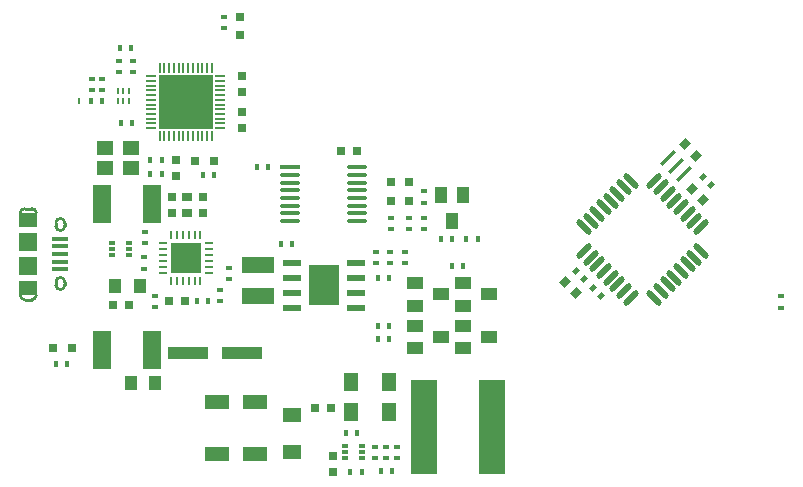
<source format=gtp>
G04 Layer_Color=8421504*
%FSLAX44Y44*%
%MOMM*%
G71*
G01*
G75*
%ADD10R,0.5000X0.4500*%
%ADD11R,0.4500X0.5000*%
%ADD12R,1.2000X1.6000*%
%ADD13R,1.6000X1.2000*%
%ADD14R,0.8000X0.6500*%
G04:AMPARAMS|DCode=16|XSize=0.65mm|YSize=0.8mm|CornerRadius=0mm|HoleSize=0mm|Usage=FLASHONLY|Rotation=135.000|XOffset=0mm|YOffset=0mm|HoleType=Round|Shape=Rectangle|*
%AMROTATEDRECTD16*
4,1,4,0.5127,0.0530,-0.0530,-0.5127,-0.5127,-0.0530,0.0530,0.5127,0.5127,0.0530,0.0*
%
%ADD16ROTATEDRECTD16*%

G04:AMPARAMS|DCode=17|XSize=0.45mm|YSize=0.5mm|CornerRadius=0mm|HoleSize=0mm|Usage=FLASHONLY|Rotation=135.000|XOffset=0mm|YOffset=0mm|HoleType=Round|Shape=Rectangle|*
%AMROTATEDRECTD17*
4,1,4,0.3359,0.0177,-0.0177,-0.3359,-0.3359,-0.0177,0.0177,0.3359,0.3359,0.0177,0.0*
%
%ADD17ROTATEDRECTD17*%

%ADD18R,0.6500X0.8000*%
%ADD19R,1.0000X1.4000*%
%ADD20R,0.8000X0.8000*%
%ADD21R,1.4000X1.0000*%
%ADD22R,1.5000X3.2000*%
%ADD23R,0.8000X0.8000*%
%ADD24R,2.1000X1.2000*%
%ADD25R,1.4000X1.2000*%
%ADD26R,0.2500X0.5500*%
%ADD27R,1.1000X1.2500*%
%ADD28R,2.8000X1.4000*%
%ADD29R,3.5000X1.0000*%
%ADD30R,0.9000X0.8000*%
%ADD31R,4.6000X4.6000*%
%ADD32O,0.2000X0.8500*%
%ADD33O,0.8500X0.2000*%
%ADD34R,2.5500X2.5500*%
%ADD35O,0.2500X0.8000*%
%ADD36O,0.8000X0.2500*%
G04:AMPARAMS|DCode=37|XSize=0.3mm|YSize=1.6mm|CornerRadius=0mm|HoleSize=0mm|Usage=FLASHONLY|Rotation=315.000|XOffset=0mm|YOffset=0mm|HoleType=Round|Shape=Rectangle|*
%AMROTATEDRECTD37*
4,1,4,-0.6717,-0.4596,0.4596,0.6717,0.6717,0.4596,-0.4596,-0.6717,-0.6717,-0.4596,0.0*
%
%ADD37ROTATEDRECTD37*%

%ADD38R,2.6200X3.5100*%
%ADD39R,1.6000X0.6100*%
%ADD40R,0.5000X0.3000*%
%ADD41R,0.6000X0.3000*%
%ADD42R,2.2000X8.0000*%
G04:AMPARAMS|DCode=43|XSize=0.55mm|YSize=1.65mm|CornerRadius=0mm|HoleSize=0mm|Usage=FLASHONLY|Rotation=315.000|XOffset=0mm|YOffset=0mm|HoleType=Round|Shape=Round|*
%AMOVALD43*
21,1,1.1000,0.5500,0.0000,0.0000,45.0*
1,1,0.5500,-0.3889,-0.3889*
1,1,0.5500,0.3889,0.3889*
%
%ADD43OVALD43*%

G04:AMPARAMS|DCode=44|XSize=0.55mm|YSize=1.65mm|CornerRadius=0mm|HoleSize=0mm|Usage=FLASHONLY|Rotation=225.000|XOffset=0mm|YOffset=0mm|HoleType=Round|Shape=Round|*
%AMOVALD44*
21,1,1.1000,0.5500,0.0000,0.0000,315.0*
1,1,0.5500,-0.3889,0.3889*
1,1,0.5500,0.3889,-0.3889*
%
%ADD44OVALD44*%

%ADD45O,1.7000X0.3500*%
%ADD46R,1.7000X0.3500*%
%ADD47R,1.3500X0.4000*%
%ADD48R,1.5500X1.2000*%
%ADD49R,1.5500X1.5000*%
%ADD50R,0.2540X0.5080*%
%ADD98C,0.2200*%
D10*
X349843Y297750D02*
D03*
Y307250D02*
D03*
X308006Y91193D02*
D03*
Y81693D02*
D03*
X77000Y402500D02*
D03*
Y393000D02*
D03*
X103000Y408500D02*
D03*
Y418000D02*
D03*
X121750Y218750D02*
D03*
Y209250D02*
D03*
X113000Y263250D02*
D03*
Y272750D02*
D03*
X112250Y251250D02*
D03*
Y241750D02*
D03*
X349843Y285000D02*
D03*
Y275500D02*
D03*
X180250Y455250D02*
D03*
Y445750D02*
D03*
X321305Y285000D02*
D03*
Y275500D02*
D03*
X336500Y285000D02*
D03*
Y275500D02*
D03*
X317142Y81693D02*
D03*
Y91193D02*
D03*
X651750Y218250D02*
D03*
Y208750D02*
D03*
X91000Y408500D02*
D03*
Y418000D02*
D03*
X68000Y393000D02*
D03*
Y402500D02*
D03*
X309250Y246750D02*
D03*
Y256250D02*
D03*
X321000D02*
D03*
Y246750D02*
D03*
X333000Y256250D02*
D03*
Y246750D02*
D03*
X184700Y242550D02*
D03*
Y233050D02*
D03*
X326278Y81693D02*
D03*
Y91193D02*
D03*
X177100Y214300D02*
D03*
Y223800D02*
D03*
D11*
X373357Y266500D02*
D03*
X363857D02*
D03*
X38033Y161178D02*
D03*
X47533D02*
D03*
X322426Y70083D02*
D03*
X312926D02*
D03*
X127250Y333750D02*
D03*
X117750D02*
D03*
X167000Y214300D02*
D03*
X157500D02*
D03*
X385464Y266500D02*
D03*
X394964D02*
D03*
X320250Y182000D02*
D03*
X310750D02*
D03*
X102250Y364750D02*
D03*
X92750D02*
D03*
X127250Y321750D02*
D03*
X117750D02*
D03*
X287250Y69750D02*
D03*
X296750D02*
D03*
X283250Y102250D02*
D03*
X292750D02*
D03*
X208250Y327500D02*
D03*
X217750D02*
D03*
X310750Y193500D02*
D03*
X320250D02*
D03*
X162250Y321000D02*
D03*
X171750D02*
D03*
X101750Y428750D02*
D03*
X92250D02*
D03*
X67750Y384000D02*
D03*
X77250D02*
D03*
X310750Y234100D02*
D03*
X320250D02*
D03*
X228050Y262400D02*
D03*
X237550D02*
D03*
X382750Y243900D02*
D03*
X373250D02*
D03*
D12*
X319500Y146250D02*
D03*
X287500D02*
D03*
X319500Y120191D02*
D03*
X287500D02*
D03*
D13*
X237400Y118300D02*
D03*
Y86300D02*
D03*
D14*
X272500Y83500D02*
D03*
Y70000D02*
D03*
X136250Y302250D02*
D03*
Y288750D02*
D03*
X139500Y333500D02*
D03*
Y320000D02*
D03*
X195250Y405000D02*
D03*
Y391500D02*
D03*
X162250Y288750D02*
D03*
Y302250D02*
D03*
X195250Y361000D02*
D03*
Y374500D02*
D03*
D16*
X468977Y230523D02*
D03*
X478523Y220977D02*
D03*
X586091Y299805D02*
D03*
X576545Y309351D02*
D03*
X570477Y347023D02*
D03*
X580023Y337477D02*
D03*
D17*
X478391Y239609D02*
D03*
X485109Y232891D02*
D03*
X592359Y312391D02*
D03*
X585641Y319109D02*
D03*
X492891Y225109D02*
D03*
X499609Y218391D02*
D03*
D18*
X133750Y214300D02*
D03*
X147250D02*
D03*
X293000Y341000D02*
D03*
X279500D02*
D03*
X86250Y211000D02*
D03*
X99750D02*
D03*
X271000Y124000D02*
D03*
X257500D02*
D03*
D19*
X373357Y282098D02*
D03*
X363857Y304098D02*
D03*
X382857D02*
D03*
D20*
X193750Y455250D02*
D03*
Y439250D02*
D03*
X321305Y315390D02*
D03*
Y299390D02*
D03*
X336545Y315390D02*
D03*
Y299390D02*
D03*
D21*
X382750Y193250D02*
D03*
Y174250D02*
D03*
X404750Y183750D02*
D03*
X382750Y229500D02*
D03*
Y210500D02*
D03*
X404750Y220000D02*
D03*
X341500Y229500D02*
D03*
Y210500D02*
D03*
X363500Y220000D02*
D03*
Y183750D02*
D03*
X341500Y174250D02*
D03*
Y193250D02*
D03*
D22*
X119250Y296500D02*
D03*
X77250D02*
D03*
Y172800D02*
D03*
X119250D02*
D03*
D23*
X155750Y332750D02*
D03*
X171750D02*
D03*
X51324Y174485D02*
D03*
X35324D02*
D03*
D24*
X206400Y128550D02*
D03*
Y84550D02*
D03*
X174150Y128550D02*
D03*
Y84550D02*
D03*
D25*
X101000Y327250D02*
D03*
X79000D02*
D03*
Y344250D02*
D03*
X101000D02*
D03*
D26*
X90000Y392250D02*
D03*
X95000D02*
D03*
X100000D02*
D03*
Y383750D02*
D03*
X95000D02*
D03*
X90000D02*
D03*
D27*
X109000Y226750D02*
D03*
X88000D02*
D03*
X101000Y145200D02*
D03*
X122000D02*
D03*
D28*
X208832Y218827D02*
D03*
Y244827D02*
D03*
D29*
X195800Y170800D02*
D03*
X149800D02*
D03*
D30*
X149250Y288500D02*
D03*
Y302500D02*
D03*
D31*
X147750Y382750D02*
D03*
D32*
X169750Y353750D02*
D03*
X165750D02*
D03*
X161750D02*
D03*
X157750D02*
D03*
X153750D02*
D03*
X149750D02*
D03*
X145750D02*
D03*
X141750D02*
D03*
X137750D02*
D03*
X133750D02*
D03*
X129750D02*
D03*
X125750D02*
D03*
Y411750D02*
D03*
X129750D02*
D03*
X133750D02*
D03*
X137750D02*
D03*
X141750D02*
D03*
X145750D02*
D03*
X149750D02*
D03*
X153750D02*
D03*
X157750D02*
D03*
X161750D02*
D03*
X165750D02*
D03*
X169750D02*
D03*
D33*
X118750Y360750D02*
D03*
Y364750D02*
D03*
Y368750D02*
D03*
Y372750D02*
D03*
Y376750D02*
D03*
Y380750D02*
D03*
Y384750D02*
D03*
Y388750D02*
D03*
Y392750D02*
D03*
Y396750D02*
D03*
Y400750D02*
D03*
Y404750D02*
D03*
X176750D02*
D03*
Y400750D02*
D03*
Y396750D02*
D03*
Y392750D02*
D03*
Y388750D02*
D03*
Y384750D02*
D03*
Y380750D02*
D03*
Y376750D02*
D03*
Y372750D02*
D03*
Y368750D02*
D03*
Y364750D02*
D03*
Y360750D02*
D03*
D34*
X147750Y251000D02*
D03*
D35*
X135250Y270500D02*
D03*
X140250D02*
D03*
X145250D02*
D03*
X150250D02*
D03*
X155250D02*
D03*
X160250D02*
D03*
Y231500D02*
D03*
X155250D02*
D03*
X150250D02*
D03*
X145250D02*
D03*
X140250D02*
D03*
X135250D02*
D03*
D36*
X167250Y263500D02*
D03*
Y258500D02*
D03*
Y253500D02*
D03*
Y248500D02*
D03*
Y243500D02*
D03*
Y238500D02*
D03*
X128250D02*
D03*
Y243500D02*
D03*
Y248500D02*
D03*
Y253500D02*
D03*
Y258500D02*
D03*
Y263500D02*
D03*
D37*
X555783Y335718D02*
D03*
X569217Y322282D02*
D03*
X562500Y329000D02*
D03*
D38*
X264530Y227750D02*
D03*
D39*
X291530Y208700D02*
D03*
Y221400D02*
D03*
Y234100D02*
D03*
Y246800D02*
D03*
X237530Y208700D02*
D03*
Y221400D02*
D03*
Y234100D02*
D03*
Y246800D02*
D03*
D40*
X85750Y253500D02*
D03*
Y258500D02*
D03*
Y263500D02*
D03*
X99750D02*
D03*
Y258500D02*
D03*
Y253500D02*
D03*
D41*
X297000Y91250D02*
D03*
Y86250D02*
D03*
Y81250D02*
D03*
X283000D02*
D03*
Y86250D02*
D03*
Y91250D02*
D03*
D42*
X406700Y107800D02*
D03*
X349700D02*
D03*
D43*
X583976Y276661D02*
D03*
X578319Y282318D02*
D03*
X572663Y287975D02*
D03*
X567006Y293632D02*
D03*
X561349Y299289D02*
D03*
X555692Y304945D02*
D03*
X550035Y310602D02*
D03*
X544378Y316259D02*
D03*
X484981Y256862D02*
D03*
X490638Y251205D02*
D03*
X496295Y245548D02*
D03*
X501952Y239891D02*
D03*
X507609Y234235D02*
D03*
X513266Y228578D02*
D03*
X518922Y222921D02*
D03*
X524579Y217264D02*
D03*
D44*
Y316259D02*
D03*
X518922Y310602D02*
D03*
X513266Y304945D02*
D03*
X507609Y299289D02*
D03*
X501952Y293632D02*
D03*
X496295Y287975D02*
D03*
X490638Y282318D02*
D03*
X484981Y276661D02*
D03*
X544378Y217264D02*
D03*
X550035Y222921D02*
D03*
X555692Y228578D02*
D03*
X561349Y234235D02*
D03*
X567006Y239891D02*
D03*
X572663Y245548D02*
D03*
X578319Y251205D02*
D03*
X583976Y256862D02*
D03*
D45*
X293000Y282000D02*
D03*
Y288500D02*
D03*
Y295000D02*
D03*
Y301500D02*
D03*
Y308000D02*
D03*
Y314500D02*
D03*
Y321000D02*
D03*
Y327500D02*
D03*
X236000Y282000D02*
D03*
Y288500D02*
D03*
Y295000D02*
D03*
Y301500D02*
D03*
Y308000D02*
D03*
Y314500D02*
D03*
Y321000D02*
D03*
D46*
Y327500D02*
D03*
D47*
X41500Y241170D02*
D03*
Y247670D02*
D03*
Y254170D02*
D03*
Y260670D02*
D03*
Y267170D02*
D03*
D48*
X14500Y225170D02*
D03*
Y283170D02*
D03*
D49*
Y244170D02*
D03*
Y264170D02*
D03*
D50*
X57170Y384040D02*
D03*
D98*
X45200Y230570D02*
G03*
X41500Y234370I-3750J50D01*
G01*
D02*
G03*
X37800Y230570I50J-3750D01*
G01*
Y227770D02*
G03*
X41500Y223970I3750J-50D01*
G01*
D02*
G03*
X45200Y227770I-50J3750D01*
G01*
X41500Y273970D02*
G03*
X45200Y277770I-50J3750D01*
G01*
X37800D02*
G03*
X41500Y273970I3750J-50D01*
G01*
Y284370D02*
G03*
X37800Y280570I50J-3750D01*
G01*
X45200D02*
G03*
X41500Y284370I-3750J50D01*
G01*
X11300Y222670D02*
G03*
X7800Y219170I0J-3500D01*
G01*
Y219170D02*
G03*
X11300Y215670I3500J0D01*
G01*
X17700D02*
G03*
X21200Y219170I0J3500D01*
G01*
Y219170D02*
G03*
X17700Y222670I-3500J0D01*
G01*
X21200Y289170D02*
G03*
X17700Y292670I-3500J0D01*
G01*
Y285670D02*
G03*
X21200Y289170I0J3500D01*
G01*
X7800D02*
G03*
X11300Y285670I3500J0D01*
G01*
Y292670D02*
G03*
X7800Y289170I0J-3500D01*
G01*
X37800Y227670D02*
Y230570D01*
X45200Y227670D02*
Y230570D01*
Y277670D02*
Y280570D01*
X37800Y277670D02*
Y280570D01*
X11300Y222670D02*
X17700D01*
X11300Y215670D02*
X17700D01*
X11300Y285670D02*
X17700D01*
X11300Y292670D02*
X17700D01*
M02*

</source>
